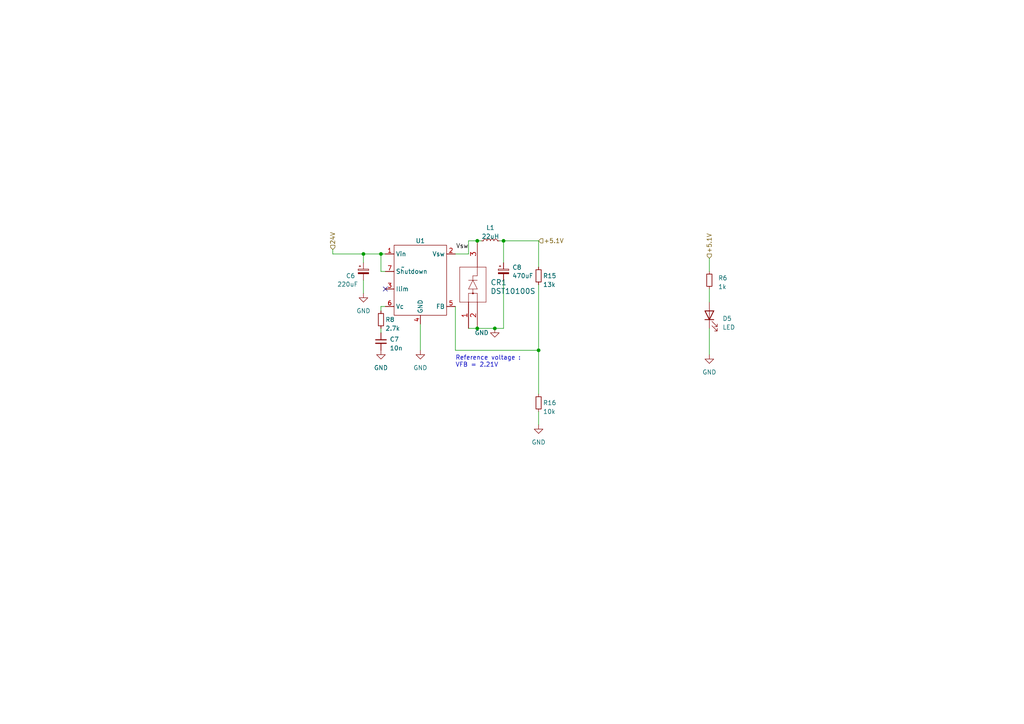
<source format=kicad_sch>
(kicad_sch (version 20230121) (generator eeschema)
  (paper "A4")
  (lib_symbols
    (symbol "DST10100S_1" (pin_names (offset 0.254) hide)
      (property "Reference" "CR" (at 12.7 7.62 0))
      (property "Value" "DST10100S" (at 12.7 5.08 0))
      (symbol "DST10100S_1_1_1"
        (polyline (pts (xy 7.62 -5.08) (xy 17.78 -5.08)) (stroke (width 0.127)))
        (polyline (pts (xy 7.62 0) (xy 10.16 0)) (stroke (width 0.127)))
        (polyline (pts (xy 7.62 2.54) (xy 7.62 -5.08)) (stroke (width 0.127)))
        (polyline (pts (xy 10.16 -2.54) (xy 7.62 -2.54)) (stroke (width 0.127)))
        (polyline (pts (xy 10.16 -1.27) (xy 11.43 -1.27)) (stroke (width 0.127)))
        (polyline (pts (xy 10.16 0) (xy 10.16 -2.54)) (stroke (width 0.127)))
        (polyline (pts (xy 11.43 -2.54) (xy 13.97 -1.27)) (stroke (width 0.127)))
        (polyline (pts (xy 11.43 0) (xy 11.43 -2.54)) (stroke (width 0.127)))
        (polyline (pts (xy 13.97 -1.27) (xy 11.43 0)) (stroke (width 0.127)))
        (polyline (pts (xy 13.97 -1.27) (xy 15.24 -1.27)) (stroke (width 0.127)))
        (polyline (pts (xy 13.97 0) (xy 13.97 -2.54)) (stroke (width 0.127)))
        (polyline (pts (xy 15.24 -2.54) (xy 17.78 -2.54)) (stroke (width 0.127)))
        (polyline (pts (xy 15.24 -1.27) (xy 15.24 -2.54)) (stroke (width 0.127)))
        (polyline (pts (xy 17.78 -5.08) (xy 17.78 2.54)) (stroke (width 0.127)))
        (polyline (pts (xy 17.78 2.54) (xy 7.62 2.54)) (stroke (width 0.127)))
        (arc (start 10.16 -1.397) (mid 10.16 -1.397) (end 10.16 -1.397) (stroke (width 0.254)))
        (circle (center 10.16 -1.27) (radius 0.127) (stroke (width 0.254)))
        (pin unspecified line (at 0 0 0) (length 7.62) (name "1") (number "1"))
        (pin unspecified line (at 0 -2.54 0) (length 7.62) (name "2") (number "2"))
        (pin unspecified line (at 25.4 -2.54 180) (length 7.62) (name "3") (number "3"))
      )
    )
    (symbol "Device:C_Polarized_Small" (pin_numbers hide) (pin_names (offset 0.254) hide)
      (property "Reference" "C" (at 0.254 1.778 0))
      (property "Value" "C_Polarized_Small" (at 0.254 -2.032 0))
      (symbol "C_Polarized_Small_0_1"
        (rectangle (start -1.524 -0.3048) (end 1.524 -0.6858) (fill (type outline)))
        (rectangle (start -1.524 0.6858) (end 1.524 0.3048))
        (polyline (pts (xy -1.27 1.524) (xy -0.762 1.524)))
        (polyline (pts (xy -1.016 1.27) (xy -1.016 1.778)))
      )
      (symbol "C_Polarized_Small_1_1"
        (pin passive line (at 0 2.54 270) (length 1.8542) (name "~") (number "1"))
        (pin passive line (at 0 -2.54 90) (length 1.8542) (name "~") (number "2"))
      )
    )
    (symbol "Device:C_Small" (pin_numbers hide) (pin_names (offset 0.254) hide)
      (property "Reference" "C" (at 0.254 1.778 0))
      (property "Value" "C_Small" (at 0.254 -2.032 0))
      (symbol "C_Small_0_1"
        (polyline (pts (xy -1.524 -0.508) (xy 1.524 -0.508)) (stroke (width 0.3302)))
        (polyline (pts (xy -1.524 0.508) (xy 1.524 0.508)) (stroke (width 0.3048)))
      )
      (symbol "C_Small_1_1"
        (pin passive line (at 0 2.54 270) (length 2.032) (name "~") (number "1"))
        (pin passive line (at 0 -2.54 90) (length 2.032) (name "~") (number "2"))
      )
    )
    (symbol "Device:LED" (pin_numbers hide) (pin_names (offset 1.016) hide)
      (property "Reference" "D" (at 0 2.54 0))
      (property "Value" "LED" (at 0 -2.54 0))
      (symbol "LED_0_1"
        (polyline (pts (xy -1.27 -1.27) (xy -1.27 1.27)) (stroke (width 0.254)))
        (polyline (pts (xy -1.27 0) (xy 1.27 0)))
        (polyline (pts (xy 1.27 -1.27) (xy 1.27 1.27) (xy -1.27 0) (xy 1.27 -1.27)) (stroke (width 0.254)))
        (polyline (pts (xy -3.048 -0.762) (xy -4.572 -2.286) (xy -3.81 -2.286) (xy -4.572 -2.286) (xy -4.572 -1.524)))
        (polyline (pts (xy -1.778 -0.762) (xy -3.302 -2.286) (xy -2.54 -2.286) (xy -3.302 -2.286) (xy -3.302 -1.524)))
      )
      (symbol "LED_1_1"
        (pin passive line (at -3.81 0 0) (length 2.54) (name "K") (number "1"))
        (pin passive line (at 3.81 0 180) (length 2.54) (name "A") (number "2"))
      )
    )
    (symbol "Device:L_Small" (pin_numbers hide) (pin_names (offset 0.254) hide)
      (property "Reference" "L" (at 0.762 1.016 0))
      (property "Value" "L_Small" (at 0.762 -1.016 0))
      (symbol "L_Small_0_1"
        (arc (start 0 -2.032) (mid 0.5058 -1.524) (end 0 -1.016))
        (arc (start 0 -1.016) (mid 0.5058 -0.508) (end 0 0))
        (arc (start 0 0) (mid 0.5058 0.508) (end 0 1.016))
        (arc (start 0 1.016) (mid 0.5058 1.524) (end 0 2.032))
      )
      (symbol "L_Small_1_1"
        (pin passive line (at 0 2.54 270) (length 0.508) (name "~") (number "1"))
        (pin passive line (at 0 -2.54 90) (length 0.508) (name "~") (number "2"))
      )
    )
    (symbol "Device:R_Small" (pin_numbers hide) (pin_names (offset 0.254) hide)
      (property "Reference" "R" (at 0.762 0.508 0))
      (property "Value" "R_Small" (at 0.762 -1.016 0))
      (symbol "R_Small_0_1"
        (rectangle (start -0.762 1.778) (end 0.762 -1.778) (stroke (width 0.2032)))
      )
      (symbol "R_Small_1_1"
        (pin passive line (at 0 2.54 270) (length 0.762) (name "~") (number "1"))
        (pin passive line (at 0 -2.54 90) (length 0.762) (name "~") (number "2"))
      )
    )
    (symbol "LT1076_1"
      (property "Reference" "U" (at -6.35 10.16 0))
      (symbol "LT1076_1_0_1"
        (rectangle (start -7.62 8.89) (end 7.62 -11.43))
      )
      (symbol "LT1076_1_1_1"
        (pin power_in line (at -10.16 6.35 0) (length 2.54) (name "Vin") (number "1"))
        (pin output line (at 10.16 6.35 180) (length 2.54) (name "Vsw") (number "2"))
        (pin input line (at -10.16 -3.81 0) (length 2.54) (name "Ilim") (number "3"))
        (pin power_in line (at 0 -13.97 90) (length 2.54) (name "GND") (number "4"))
        (pin input line (at 10.16 -8.89 180) (length 2.54) (name "FB") (number "5"))
        (pin input line (at -10.16 -8.89 0) (length 2.54) (name "Vc") (number "6"))
        (pin input line (at -10.16 1.27 0) (length 2.54) (name "Shutdown") (number "7"))
      )
    )
    (symbol "power:GND" (power) (pin_names (offset 0))
      (property "Value" "GND" (at 0 -3.81 0))
      (symbol "GND_0_1"
        (polyline (pts (xy 0 0) (xy 0 -1.27) (xy 1.27 -1.27) (xy 0 -2.54) (xy -1.27 -1.27) (xy 0 -1.27)))
      )
      (symbol "GND_1_1"
        (pin power_in line (at 0 0 270) (length 0) hide (name "GND") (number "1"))
      )
    )
  )
  (junction (at 110.49 73.66))
  (junction (at 156.21 101.6))
  (junction (at 105.41 73.66))
  (junction (at 138.43 69.85))
  (junction (at 146.05 69.85))
  (junction (at 143.51 95.25))
  (junction (at 138.43 95.25))
  (no_connect (at 111.76 83.82))
  (wire (pts (xy 121.92 93.98) (xy 121.92 101.6)))
  (wire (pts (xy 144.78 69.85) (xy 146.05 69.85)))
  (wire (pts (xy 146.05 69.85) (xy 156.21 69.85)))
  (wire (pts (xy 110.49 73.66) (xy 111.76 73.66)))
  (wire (pts (xy 135.89 69.85) (xy 138.43 69.85)))
  (wire (pts (xy 156.21 101.6) (xy 156.21 114.3)))
  (wire (pts (xy 138.43 69.85) (xy 139.7 69.85)))
  (wire (pts (xy 205.74 83.82) (xy 205.74 87.63)))
  (wire (pts (xy 110.49 78.74) (xy 111.76 78.74)))
  (wire (pts (xy 105.41 81.28) (xy 105.41 85.09)))
  (wire (pts (xy 135.89 95.25) (xy 138.43 95.25)))
  (wire (pts (xy 132.08 101.6) (xy 132.08 88.9)))
  (wire (pts (xy 146.05 81.28) (xy 146.05 95.25)))
  (wire (pts (xy 135.89 73.66) (xy 132.08 73.66)))
  (wire (pts (xy 146.05 69.85) (xy 146.05 76.2)))
  (wire (pts (xy 156.21 101.6) (xy 132.08 101.6)))
  (wire (pts (xy 156.21 82.55) (xy 156.21 101.6)))
  (wire (pts (xy 156.21 119.38) (xy 156.21 123.19)))
  (wire (pts (xy 96.52 73.66) (xy 105.41 73.66)))
  (wire (pts (xy 105.41 73.66) (xy 110.49 73.66)))
  (wire (pts (xy 110.49 90.17) (xy 110.49 88.9)))
  (wire (pts (xy 110.49 88.9) (xy 111.76 88.9)))
  (wire (pts (xy 96.52 72.39) (xy 96.52 73.66)))
  (wire (pts (xy 146.05 95.25) (xy 143.51 95.25)))
  (wire (pts (xy 156.21 69.85) (xy 156.21 77.47)))
  (wire (pts (xy 110.49 95.25) (xy 110.49 96.52)))
  (wire (pts (xy 110.49 73.66) (xy 110.49 78.74)))
  (wire (pts (xy 138.43 95.25) (xy 143.51 95.25)))
  (wire (pts (xy 135.89 69.85) (xy 135.89 73.66)))
  (wire (pts (xy 205.74 74.93) (xy 205.74 78.74)))
  (wire (pts (xy 205.74 102.87) (xy 205.74 95.25)))
  (wire (pts (xy 105.41 73.66) (xy 105.41 76.2)))
  (text "Reference voltage :\nVFB = 2.21V" (at 132.08 106.68 0) (effects (font (size 1.27 1.27)) (justify left bottom)))
  (label "Vsw" (at 135.89 72.39 180))
  (hierarchical_label "24V" (shape input) (at 96.52 72.39 90))
  (hierarchical_label "+5.1V" (shape input) (at 156.21 69.85 0))
  (hierarchical_label "+5.1V" (shape input) (at 205.74 74.93 90))
  (symbol (lib_id "Device:LED") (at 205.74 91.44 90) (unit 1)
    (property "Reference" "D5" (at 209.55 92.3925 90) (effects (justify right)))
    (property "Value" "LED" (at 209.55 94.9325 90) (effects (justify right)))
    (property "Footprint" "LED_SMD:LED_0603_1608Metric_Pad1.05x0.95mm_HandSolder" (effects hide))
    (instances (project "Robourt" (path "" (reference "D5") (unit 1)) (path "" (reference "D4") (unit 1))) (project "Regulateurs" (path "" (reference "D4") (unit 1))) (project "QBPS_LT1076CR#PBF" (path "" (reference "D?") (unit 1)) (path "" (reference "D?") (unit 1)) (path "" (reference "D?") (unit 1)) (path "" (reference "D?") (unit 1)) (path "" (reference "D4") (unit 1))))
  )
  (symbol (lib_id "power:GND") (at 156.21 123.19 0) (unit 1)
    (property "Reference" "#PWR056" (effects hide))
    (property "Value" "GND" (at 156.21 128.27 0))
    (instances (project "Robourt" (path "" (reference "#PWR056") (unit 1))) (project "Regulateurs" (path "" (reference "#PWR037") (unit 1))) (project "QBPS_LT1076CR#PBF" (path "" (reference "#PWR023") (unit 1)) (path "" (reference "#PWR029") (unit 1)) (path "" (reference "#PWR035") (unit 1)) (path "" (reference "#PWR041") (unit 1))))
  )
  (symbol (lib_id "Device:C_Small") (at 110.49 99.06 0) (unit 1)
    (property "Reference" "C7" (at 113.03 98.4313 0) (effects (justify left)))
    (property "Value" "10n" (at 113.03 100.9713 0) (effects (justify left)))
    (property "Footprint" "Capacitor_SMD:C_0603_1608Metric_Pad1.08x0.95mm_HandSolder" (effects hide))
    (instances (project "Robourt" (path "" (reference "C7") (unit 1)) (path "" (reference "C32") (unit 1))) (project "Regulateurs" (path "" (reference "C2") (unit 1))) (project "QBPS_LT1076CR#PBF" (path "" (reference "C2") (unit 1)) (path "" (reference "C5") (unit 1)) (path "" (reference "C8") (unit 1)) (path "" (reference "C11") (unit 1))))
  )
  (symbol (lib_id "power:GND") (at 110.49 101.6 0) (unit 1)
    (property "Reference" "#PWR031" (effects hide))
    (property "Value" "GND" (at 110.49 106.68 0))
    (instances (project "Robourt" (path "" (reference "#PWR031") (unit 1)) (path "" (reference "#PWR024") (unit 1))) (project "Regulateurs" (path "" (reference "#PWR03") (unit 1))) (project "QBPS_LT1076CR#PBF" (path "" (reference "#PWR020") (unit 1)) (path "" (reference "#PWR026") (unit 1)) (path "" (reference "#PWR032") (unit 1)) (path "" (reference "#PWR038") (unit 1))))
  )
  (symbol (lib_id "Device:R_Small") (at 156.21 80.01 0) (unit 1)
    (property "Reference" "R15" (at 157.48 80.01 0) (effects (justify left)))
    (property "Value" "13k" (at 157.48 82.55 0) (effects (justify left)))
    (property "Footprint" "Resistor_SMD:R_0603_1608Metric_Pad0.98x0.95mm_HandSolder" (effects hide))
    (instances (project "Robourt" (path "" (reference "R15") (unit 1))) (project "Regulateurs" (path "" (reference "R12") (unit 1))) (project "QBPS_LT1076CR#PBF" (path "" (reference "R6") (unit 1)) (path "" (reference "R7") (unit 1)) (path "" (reference "R8") (unit 1)) (path "" (reference "R9") (unit 1))))
  )
  (symbol (lib_name "DST10100S_1") (lib_id "2023-03-19_11-33-54:DST10100S") (at 135.89 95.25 90) (unit 1)
    (property "Reference" "CR1" (at 142.24 81.915 90) (effects (font (size 1.524 1.524)) (justify right)))
    (property "Value" "DST10100S" (at 142.24 84.455 90) (effects (font (size 1.524 1.524)) (justify right)))
    (property "Footprint" "TO277B_LTF" (effects hide))
    (instances (project "Robourt" (path "" (reference "CR1") (unit 1)) (path "" (reference "CR2") (unit 1))))
  )
  (symbol (lib_id "Device:R_Small") (at 205.74 81.28 0) (unit 1)
    (property "Reference" "R6" (at 208.28 80.645 0) (effects (justify left)))
    (property "Value" "1k" (at 208.28 83.185 0) (effects (justify left)))
    (property "Footprint" "Resistor_SMD:R_0603_1608Metric_Pad0.98x0.95mm_HandSolder" (effects hide))
    (instances (project "Robourt" (path "" (reference "R6") (unit 1)) (path "" (reference "R5") (unit 1))) (project "Regulateurs" (path "" (reference "R7") (unit 1))) (project "QBPS_LT1076CR#PBF" (path "" (reference "R?") (unit 1)) (path "" (reference "R?") (unit 1)) (path "" (reference "R?") (unit 1)) (path "" (reference "R?") (unit 1)) (path "" (reference "R4") (unit 1))))
  )
  (symbol (lib_id "Device:R_Small") (at 156.21 116.84 0) (unit 1)
    (property "Reference" "R16" (at 157.48 116.84 0) (effects (justify left)))
    (property "Value" "10k" (at 157.48 119.38 0) (effects (justify left)))
    (property "Footprint" "Resistor_SMD:R_0603_1608Metric_Pad0.98x0.95mm_HandSolder" (effects hide))
    (instances (project "Robourt" (path "" (reference "R16") (unit 1))) (project "Regulateurs" (path "" (reference "R13") (unit 1))) (project "QBPS_LT1076CR#PBF" (path "" (reference "R6") (unit 1)) (path "" (reference "R7") (unit 1)) (path "" (reference "R8") (unit 1)) (path "" (reference "R9") (unit 1))))
  )
  (symbol (lib_id "power:GND") (at 105.41 85.09 0) (unit 1)
    (property "Reference" "#PWR030" (effects hide))
    (property "Value" "GND" (at 105.41 90.17 0))
    (instances (project "Robourt" (path "" (reference "#PWR030") (unit 1)) (path "" (reference "#PWR023") (unit 1))) (project "Regulateurs" (path "" (reference "#PWR02") (unit 1))) (project "QBPS_LT1076CR#PBF" (path "" (reference "#PWR019") (unit 1)) (path "" (reference "#PWR025") (unit 1)) (path "" (reference "#PWR031") (unit 1)) (path "" (reference "#PWR037") (unit 1))))
  )
  (symbol (lib_id "Device:C_Polarized_Small") (at 146.05 78.74 0) (unit 1)
    (property "Reference" "C8" (at 148.59 77.5589 0) (effects (justify left)))
    (property "Value" "470uF" (at 148.59 80.01 0) (effects (justify left)))
    (property "Footprint" "Capacitor_SMD:CP_Elec_10x10.5" (effects hide))
    (property "MFR" "865060457009" (effects hide))
    (instances (project "Robourt" (path "" (reference "C8") (unit 1)) (path "" (reference "C33") (unit 1))) (project "Regulateurs" (path "" (reference "C3") (unit 1))) (project "QBPS_LT1076CR#PBF" (path "" (reference "C3") (unit 1)) (path "" (reference "C6") (unit 1)) (path "" (reference "C9") (unit 1)) (path "" (reference "C12") (unit 1))))
  )
  (symbol (lib_id "power:GND") (at 143.51 95.25 0) (unit 1)
    (property "Reference" "#PWR033" (effects hide))
    (property "Value" "GND" (at 139.7 96.52 0))
    (instances (project "Robourt" (path "" (reference "#PWR033") (unit 1)) (path "" (reference "#PWR028") (unit 1))) (project "Regulateurs" (path "" (reference "#PWR05") (unit 1))) (project "QBPS_LT1076CR#PBF" (path "" (reference "#PWR022") (unit 1)) (path "" (reference "#PWR028") (unit 1)) (path "" (reference "#PWR034") (unit 1)) (path "" (reference "#PWR040") (unit 1))))
  )
  (symbol (lib_id "Device:R_Small") (at 110.49 92.71 0) (unit 1)
    (property "Reference" "R8" (at 111.76 92.71 0) (effects (justify left)))
    (property "Value" "2.7k" (at 111.76 95.25 0) (effects (justify left)))
    (property "Footprint" "Resistor_SMD:R_0603_1608Metric_Pad0.98x0.95mm_HandSolder" (effects hide))
    (instances (project "Robourt" (path "" (reference "R8") (unit 1)) (path "" (reference "R1") (unit 1))) (project "Regulateurs" (path "" (reference "R1") (unit 1))) (project "QBPS_LT1076CR#PBF" (path "" (reference "R6") (unit 1)) (path "" (reference "R7") (unit 1)) (path "" (reference "R8") (unit 1)) (path "" (reference "R9") (unit 1))))
  )
  (symbol (lib_id "Device:C_Polarized_Small") (at 105.41 78.74 0) (unit 1)
    (property "Reference" "C6" (at 100.33 80.01 0) (effects (justify left)))
    (property "Value" "220uF" (at 97.79 82.4611 0) (effects (justify left)))
    (property "Footprint" "Capacitor_SMD:CP_Elec_10x10.5" (effects hide))
    (property "MFR" "865060657012" (effects hide))
    (property "Vmax" "50V" (effects hide))
    (instances (project "Robourt" (path "" (reference "C6") (unit 1)) (path "" (reference "C1") (unit 1))) (project "Regulateurs" (path "" (reference "C1") (unit 1))) (project "QBPS_LT1076CR#PBF" (path "" (reference "C1") (unit 1)) (path "" (reference "C4") (unit 1)) (path "" (reference "C7") (unit 1)) (path "" (reference "C10") (unit 1))))
  )
  (symbol (lib_name "LT1076_1") (lib_id "custom:LT1076") (at 121.92 80.01 0) (unit 1)
    (property "Reference" "U1" (at 121.92 69.85 0))
    (property "Value" "~" (at 116.84 77.47 0))
    (instances (project "Robourt" (path "" (reference "U1") (unit 1)) (path "" (reference "U2") (unit 1))))
  )
  (symbol (lib_id "power:GND") (at 121.92 101.6 0) (unit 1)
    (property "Reference" "#PWR032" (effects hide))
    (property "Value" "GND" (at 121.92 106.68 0))
    (instances (project "Robourt" (path "" (reference "#PWR032") (unit 1)) (path "" (reference "#PWR025") (unit 1))) (project "Regulateurs" (path "" (reference "#PWR04") (unit 1))) (project "QBPS_LT1076CR#PBF" (path "" (reference "#PWR021") (unit 1)) (path "" (reference "#PWR027") (unit 1)) (path "" (reference "#PWR033") (unit 1)) (path "" (reference "#PWR039") (unit 1))))
  )
  (symbol (lib_id "Device:L_Small") (at 142.24 69.85 90) (unit 1)
    (property "Reference" "L1" (at 142.24 66.04 90))
    (property "Value" "22uH" (at 142.24 68.58 90))
    (property "Footprint" "Inductor_SMD:L_Wuerth_WE-PD-Typ-LS_Handsoldering" (effects hide))
    (property "MFR" "7447709220" (effects hide))
    (instances (project "Robourt" (path "" (reference "L1") (unit 1)) (path "" (reference "L3") (unit 1))) (project "Regulateurs" (path "" (reference "L1") (unit 1))) (project "QBPS_LT1076CR#PBF" (path "" (reference "L1") (unit 1)) (path "" (reference "L2") (unit 1)) (path "" (reference "L3") (unit 1)) (path "" (reference "L4") (unit 1))))
  )
  (symbol (lib_id "power:GND") (at 205.74 102.87 0) (unit 1)
    (property "Reference" "#PWR042" (effects hide))
    (property "Value" "GND" (at 205.74 107.95 0))
    (instances (project "Robourt" (path "" (reference "#PWR042") (unit 1)) (path "" (reference "#PWR042") (unit 1))) (project "Regulateurs" (path "" (reference "#PWR017") (unit 1))) (project "QBPS_LT1076CR#PBF" (path "" (reference "#PWR?") (unit 1)) (path "" (reference "#PWR?") (unit 1)) (path "" (reference "#PWR?") (unit 1)) (path "" (reference "#PWR?") (unit 1)) (path "" (reference "#PWR015") (unit 1))))
  )
)
</source>
